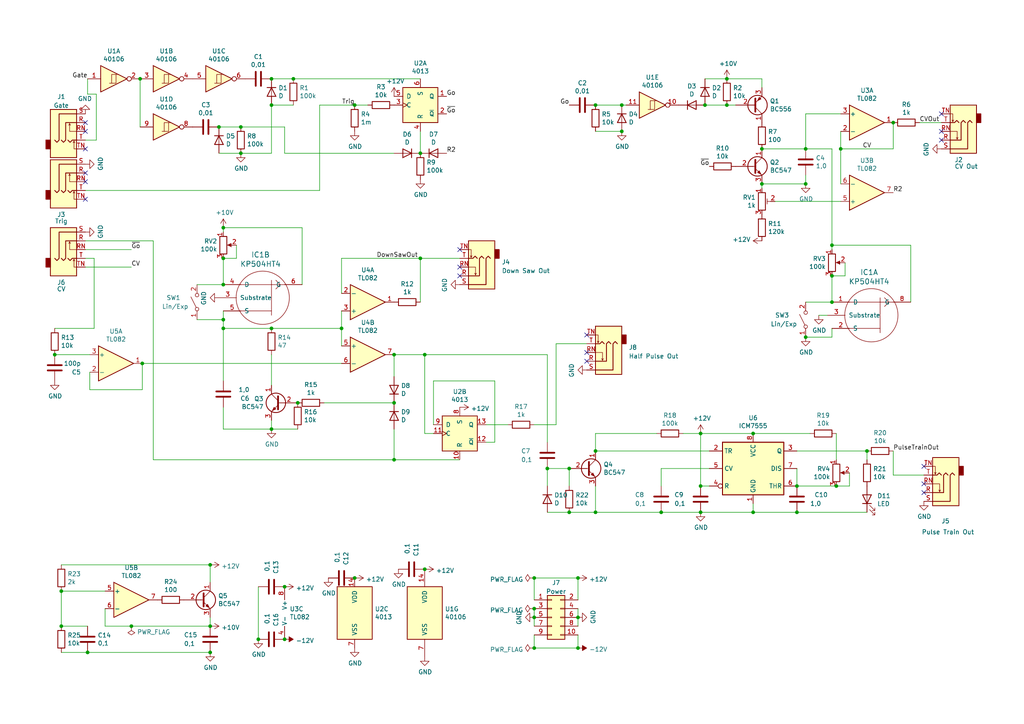
<source format=kicad_sch>
(kicad_sch (version 20211123) (generator eeschema)
  (paper "A4")
  (junction (at 64.77 82.55))
  (junction (at 241.3 87.63))
  (junction (at 210.82 22.86))
  (junction (at 17.78 181.61))
  (junction (at 191.77 148.59))
  (junction (at 231.14 148.59))
  (junction (at 17.78 171.45))
  (junction (at 167.64 179.07))
  (junction (at 233.68 97.79))
  (junction (at 25.4 189.23))
  (junction (at 154.94 179.07))
  (junction (at 220.98 43.18))
  (junction (at 210.82 30.48))
  (junction (at 167.64 187.96))
  (junction (at 41.275 105.41))
  (junction (at 121.92 74.93))
  (junction (at 114.3 133.35))
  (junction (at 259.08 35.56))
  (junction (at 154.94 167.64))
  (junction (at 241.3 80.01))
  (junction (at 123.19 165.1))
  (junction (at 63.5 36.83))
  (junction (at 86.36 116.84))
  (junction (at 78.74 95.25))
  (junction (at 40.64 22.86))
  (junction (at 203.2 148.59))
  (junction (at 203.2 140.97))
  (junction (at 233.68 43.18))
  (junction (at 204.47 30.48))
  (junction (at 74.93 185.42))
  (junction (at 64.77 74.93))
  (junction (at 154.94 176.53))
  (junction (at 102.87 167.64))
  (junction (at 64.77 95.25))
  (junction (at 231.14 140.97))
  (junction (at 78.74 124.46))
  (junction (at 102.87 30.48))
  (junction (at 218.44 148.59))
  (junction (at 180.34 30.48))
  (junction (at 158.75 135.89))
  (junction (at 15.875 102.87))
  (junction (at 242.57 140.97))
  (junction (at 69.85 36.83))
  (junction (at 123.19 102.87))
  (junction (at 121.92 44.45))
  (junction (at 64.77 92.71))
  (junction (at 38.1 181.61))
  (junction (at 180.34 38.1))
  (junction (at 203.2 125.73))
  (junction (at 218.44 125.73))
  (junction (at 165.1 135.89))
  (junction (at 60.96 163.83))
  (junction (at 251.46 130.81))
  (junction (at 233.68 53.34))
  (junction (at 82.55 170.18))
  (junction (at 220.98 53.34))
  (junction (at 114.3 116.84))
  (junction (at 114.3 102.87))
  (junction (at 60.96 189.23))
  (junction (at 85.09 22.86))
  (junction (at 241.3 71.12))
  (junction (at 154.94 187.96))
  (junction (at 165.1 148.59))
  (junction (at 78.74 22.86))
  (junction (at 172.72 30.48))
  (junction (at 69.85 44.45))
  (junction (at 167.64 167.64))
  (junction (at 243.84 43.18))
  (junction (at 172.72 148.59))
  (junction (at 82.55 185.42))
  (junction (at 78.74 30.48))
  (junction (at 172.72 130.81))
  (junction (at 64.77 66.04))
  (junction (at 60.96 181.61))
  (junction (at 99.06 95.25))
  (no_connect (at 133.35 72.39))
  (no_connect (at 24.765 50.165))
  (no_connect (at 24.765 57.785))
  (no_connect (at 273.05 38.1))
  (no_connect (at 267.97 135.255))
  (no_connect (at 267.97 142.875))
  (no_connect (at 267.97 140.335))
  (no_connect (at 24.765 35.56))
  (no_connect (at 170.18 97.155))
  (no_connect (at 133.35 80.01))
  (no_connect (at 273.05 33.02))
  (no_connect (at 133.35 77.47))
  (no_connect (at 170.18 104.775))
  (no_connect (at 273.05 40.64))
  (no_connect (at 24.765 52.705))
  (no_connect (at 24.765 38.1))
  (no_connect (at 170.18 102.235))
  (no_connect (at 24.765 43.18))
  (wire (pts (xy 203.2 148.59) (xy 218.44 148.59)))
  (wire (pts (xy 64.77 82.55) (xy 57.15 82.55)))
  (wire (pts (xy 74.93 185.42) (xy 74.93 170.18)))
  (wire (pts (xy 24.765 77.47) (xy 38.1 77.47)))
  (wire (pts (xy 241.3 72.39) (xy 241.3 71.12)))
  (wire (pts (xy 85.09 22.86) (xy 78.74 22.86)))
  (wire (pts (xy 172.72 148.59) (xy 191.77 148.59)))
  (wire (pts (xy 15.875 95.25) (xy 27.305 95.25)))
  (wire (pts (xy 241.3 71.12) (xy 241.3 43.18)))
  (wire (pts (xy 60.96 181.61) (xy 60.96 179.07)))
  (wire (pts (xy 161.29 99.695) (xy 161.29 123.19)))
  (wire (pts (xy 203.2 140.97) (xy 205.74 140.97)))
  (wire (pts (xy 220.98 53.34) (xy 220.98 54.61)))
  (wire (pts (xy 114.3 133.35) (xy 114.3 124.46)))
  (wire (pts (xy 106.68 30.48) (xy 102.87 30.48)))
  (wire (pts (xy 245.11 80.01) (xy 241.3 80.01)))
  (wire (pts (xy 99.06 105.41) (xy 41.275 105.41)))
  (wire (pts (xy 267.97 137.795) (xy 259.08 137.795)))
  (wire (pts (xy 243.84 33.02) (xy 233.68 33.02)))
  (wire (pts (xy 259.08 43.18) (xy 259.08 35.56)))
  (wire (pts (xy 27.94 40.64) (xy 27.94 27.305)))
  (wire (pts (xy 241.3 43.18) (xy 233.68 43.18)))
  (wire (pts (xy 78.74 124.46) (xy 64.77 124.46)))
  (wire (pts (xy 24.765 55.245) (xy 92.71 55.245)))
  (wire (pts (xy 64.77 66.04) (xy 87.63 66.04)))
  (wire (pts (xy 242.57 125.73) (xy 242.57 133.35)))
  (wire (pts (xy 24.765 69.85) (xy 44.45 69.85)))
  (wire (pts (xy 17.78 163.83) (xy 60.96 163.83)))
  (wire (pts (xy 64.77 67.31) (xy 64.77 66.04)))
  (wire (pts (xy 154.94 167.64) (xy 167.64 167.64)))
  (wire (pts (xy 78.74 124.46) (xy 78.74 121.92)))
  (wire (pts (xy 147.32 123.19) (xy 140.97 123.19)))
  (wire (pts (xy 133.35 133.35) (xy 114.3 133.35)))
  (wire (pts (xy 172.72 30.48) (xy 180.34 30.48)))
  (wire (pts (xy 143.51 110.49) (xy 143.51 128.27)))
  (wire (pts (xy 243.84 43.18) (xy 259.08 43.18)))
  (wire (pts (xy 167.64 176.53) (xy 167.64 179.07)))
  (wire (pts (xy 241.3 97.79) (xy 241.3 95.25)))
  (wire (pts (xy 30.48 176.53) (xy 30.48 181.61)))
  (wire (pts (xy 245.11 76.2) (xy 245.11 80.01)))
  (wire (pts (xy 121.92 87.63) (xy 121.92 74.93)))
  (wire (pts (xy 251.46 133.35) (xy 251.46 130.81)))
  (wire (pts (xy 123.19 125.73) (xy 123.19 102.87)))
  (wire (pts (xy 241.3 87.63) (xy 233.68 87.63)))
  (wire (pts (xy 114.3 44.45) (xy 82.55 44.45)))
  (wire (pts (xy 64.77 110.49) (xy 64.77 95.25)))
  (wire (pts (xy 64.77 95.25) (xy 78.74 95.25)))
  (wire (pts (xy 78.74 44.45) (xy 69.85 44.45)))
  (wire (pts (xy 266.7 35.56) (xy 273.05 35.56)))
  (wire (pts (xy 158.75 102.87) (xy 158.75 128.27)))
  (wire (pts (xy 170.18 99.695) (xy 161.29 99.695)))
  (wire (pts (xy 210.82 30.48) (xy 204.47 30.48)))
  (wire (pts (xy 205.74 135.89) (xy 191.77 135.89)))
  (wire (pts (xy 213.36 30.48) (xy 210.82 30.48)))
  (wire (pts (xy 24.765 40.64) (xy 27.94 40.64)))
  (wire (pts (xy 191.77 135.89) (xy 191.77 140.97)))
  (wire (pts (xy 69.85 44.45) (xy 63.5 44.45)))
  (wire (pts (xy 69.85 36.83) (xy 63.5 36.83)))
  (wire (pts (xy 85.09 30.48) (xy 78.74 30.48)))
  (wire (pts (xy 92.71 30.48) (xy 102.87 30.48)))
  (wire (pts (xy 87.63 66.04) (xy 87.63 82.55)))
  (wire (pts (xy 125.73 110.49) (xy 143.51 110.49)))
  (wire (pts (xy 243.84 53.34) (xy 243.84 43.18)))
  (wire (pts (xy 99.06 74.93) (xy 121.92 74.93)))
  (wire (pts (xy 218.44 125.73) (xy 203.2 125.73)))
  (wire (pts (xy 234.95 125.73) (xy 218.44 125.73)))
  (wire (pts (xy 68.58 74.93) (xy 64.77 74.93)))
  (wire (pts (xy 218.44 148.59) (xy 231.14 148.59)))
  (wire (pts (xy 154.94 179.07) (xy 154.94 181.61)))
  (wire (pts (xy 27.305 74.93) (xy 24.765 74.93)))
  (wire (pts (xy 82.55 36.83) (xy 82.55 44.45)))
  (wire (pts (xy 259.08 130.81) (xy 259.08 137.795)))
  (wire (pts (xy 172.72 125.73) (xy 172.72 130.81)))
  (wire (pts (xy 210.82 22.86) (xy 220.98 22.86)))
  (wire (pts (xy 242.57 140.97) (xy 231.14 140.97)))
  (wire (pts (xy 60.96 163.83) (xy 60.96 168.91)))
  (wire (pts (xy 114.3 116.84) (xy 93.98 116.84)))
  (wire (pts (xy 218.44 148.59) (xy 218.44 146.05)))
  (wire (pts (xy 165.1 148.59) (xy 158.75 148.59)))
  (wire (pts (xy 220.98 22.86) (xy 220.98 25.4)))
  (wire (pts (xy 172.72 140.97) (xy 172.72 148.59)))
  (wire (pts (xy 99.06 95.25) (xy 99.06 100.33)))
  (wire (pts (xy 17.78 181.61) (xy 25.4 181.61)))
  (wire (pts (xy 233.68 33.02) (xy 233.68 43.18)))
  (wire (pts (xy 154.94 184.15) (xy 154.94 187.96)))
  (wire (pts (xy 233.68 97.79) (xy 241.3 97.79)))
  (wire (pts (xy 26.035 107.95) (xy 26.035 113.03)))
  (wire (pts (xy 44.45 69.85) (xy 44.45 133.35)))
  (wire (pts (xy 125.73 123.19) (xy 125.73 110.49)))
  (wire (pts (xy 224.79 58.42) (xy 243.84 58.42)))
  (wire (pts (xy 27.94 27.305) (xy 25.4 27.305)))
  (wire (pts (xy 125.73 125.73) (xy 123.19 125.73)))
  (wire (pts (xy 237.49 91.44) (xy 240.03 91.44)))
  (wire (pts (xy 243.84 38.1) (xy 243.84 43.18)))
  (wire (pts (xy 191.77 148.59) (xy 203.2 148.59)))
  (wire (pts (xy 38.1 181.61) (xy 60.96 181.61)))
  (wire (pts (xy 25.4 27.305) (xy 25.4 22.86)))
  (wire (pts (xy 64.77 118.11) (xy 64.77 124.46)))
  (wire (pts (xy 64.77 92.71) (xy 64.77 90.17)))
  (wire (pts (xy 41.275 113.03) (xy 41.275 105.41)))
  (wire (pts (xy 241.3 80.01) (xy 241.3 87.63)))
  (wire (pts (xy 60.96 189.23) (xy 25.4 189.23)))
  (wire (pts (xy 86.36 124.46) (xy 78.74 124.46)))
  (wire (pts (xy 40.64 36.83) (xy 40.64 22.86)))
  (wire (pts (xy 17.78 171.45) (xy 17.78 181.61)))
  (wire (pts (xy 241.3 71.12) (xy 264.16 71.12)))
  (wire (pts (xy 205.74 130.81) (xy 172.72 130.81)))
  (wire (pts (xy 27.305 95.25) (xy 27.305 74.93)))
  (wire (pts (xy 64.77 74.93) (xy 64.77 82.55)))
  (wire (pts (xy 143.51 128.27) (xy 140.97 128.27)))
  (wire (pts (xy 154.94 176.53) (xy 154.94 179.07)))
  (wire (pts (xy 114.3 109.22) (xy 114.3 102.87)))
  (wire (pts (xy 246.38 137.16) (xy 246.38 140.97)))
  (wire (pts (xy 246.38 140.97) (xy 242.57 140.97)))
  (wire (pts (xy 69.85 36.83) (xy 82.55 36.83)))
  (wire (pts (xy 26.035 113.03) (xy 41.275 113.03)))
  (wire (pts (xy 92.71 55.245) (xy 92.71 30.48)))
  (wire (pts (xy 78.74 30.48) (xy 78.74 44.45)))
  (wire (pts (xy 231.14 135.89) (xy 231.14 140.97)))
  (wire (pts (xy 158.75 140.97) (xy 158.75 135.89)))
  (wire (pts (xy 190.5 125.73) (xy 172.72 125.73)))
  (wire (pts (xy 78.74 95.25) (xy 99.06 95.25)))
  (wire (pts (xy 180.34 38.1) (xy 172.72 38.1)))
  (wire (pts (xy 44.45 133.35) (xy 114.3 133.35)))
  (wire (pts (xy 15.875 102.87) (xy 26.035 102.87)))
  (wire (pts (xy 167.64 167.64) (xy 167.64 173.99)))
  (wire (pts (xy 30.48 181.61) (xy 38.1 181.61)))
  (wire (pts (xy 165.1 140.97) (xy 165.1 135.89)))
  (wire (pts (xy 203.2 125.73) (xy 198.12 125.73)))
  (wire (pts (xy 167.64 179.07) (xy 167.64 181.61)))
  (wire (pts (xy 24.765 72.39) (xy 38.1 72.39)))
  (wire (pts (xy 264.16 71.12) (xy 264.16 87.63)))
  (wire (pts (xy 251.46 148.59) (xy 231.14 148.59)))
  (wire (pts (xy 154.94 187.96) (xy 167.64 187.96)))
  (wire (pts (xy 121.92 22.86) (xy 85.09 22.86)))
  (wire (pts (xy 64.77 92.71) (xy 64.77 95.25)))
  (wire (pts (xy 210.82 22.86) (xy 204.47 22.86)))
  (wire (pts (xy 114.3 102.87) (xy 123.19 102.87)))
  (wire (pts (xy 121.92 74.93) (xy 133.35 74.93)))
  (wire (pts (xy 30.48 171.45) (xy 17.78 171.45)))
  (wire (pts (xy 251.46 130.81) (xy 231.14 130.81)))
  (wire (pts (xy 68.58 71.12) (xy 68.58 74.93)))
  (wire (pts (xy 123.19 102.87) (xy 158.75 102.87)))
  (wire (pts (xy 121.92 44.45) (xy 121.92 38.1)))
  (wire (pts (xy 25.4 189.23) (xy 17.78 189.23)))
  (wire (pts (xy 233.68 43.18) (xy 220.98 43.18)))
  (wire (pts (xy 99.06 95.25) (xy 99.06 90.17)))
  (wire (pts (xy 180.34 30.48) (xy 181.61 30.48)))
  (wire (pts (xy 167.64 187.96) (xy 167.64 184.15)))
  (wire (pts (xy 172.72 148.59) (xy 165.1 148.59)))
  (wire (pts (xy 78.74 102.87) (xy 78.74 111.76)))
  (wire (pts (xy 161.29 123.19) (xy 154.94 123.19)))
  (wire (pts (xy 154.94 173.99) (xy 154.94 167.64)))
  (wire (pts (xy 57.15 92.71) (xy 64.77 92.71)))
  (wire (pts (xy 99.06 85.09) (xy 99.06 74.93)))
  (wire (pts (xy 203.2 125.73) (xy 203.2 140.97)))
  (wire (pts (xy 220.98 53.34) (xy 233.68 53.34)))
  (wire (pts (xy 158.75 135.89) (xy 165.1 135.89)))
  (wire (pts (xy 233.68 53.34) (xy 233.68 50.8)))
  (label "CV" (at 250.19 43.18 0))
  (label "DownSawOut" (at 109.22 74.93 0))
  (label "Gate" (at 25.4 22.86 180))
  (label "CV" (at 38.1 77.47 0))
  (label "~{Go}" (at 38.1 72.39 0))
  (label "Go" (at 165.1 30.48 180))
  (label "Go" (at 129.54 27.94 0))
  (label "PulseTrainOut" (at 259.08 130.81 0))
  (label "R2" (at 129.54 44.45 0))
  (label "~{Go}" (at 129.54 33.02 0))
  (label "R2" (at 259.08 55.88 0))
  (label "~{Go}" (at 205.74 48.26 180))
  (label "Trig" (at 102.87 30.48 180))
  (label "CVOut" (at 266.7 35.56 0))
  (symbol (lib_id "4xxx:4013") (at 121.92 30.48 0) (unit 1)
    (property "Reference" "U2" (at 121.92 18.3388 0))
    (property "Value" "4013" (at 121.92 20.6502 0))
    (property "Footprint" "Package_DIP:DIP-14_W7.62mm_LongPads" (effects hide))
    (property "Datasheet" "http://www.onsemi.com/pub/Collateral/MC14013B-D.PDF" (effects hide))
  )
  (symbol (lib_id "4xxx:4013") (at 133.35 125.73 0) (unit 2)
    (property "Reference" "U2" (at 133.35 113.5888 0))
    (property "Value" "4013" (at 133.35 115.9002 0))
    (property "Footprint" "Package_DIP:DIP-14_W7.62mm_LongPads" (effects hide))
    (property "Datasheet" "http://www.onsemi.com/pub/Collateral/MC14013B-D.PDF" (effects hide))
  )
  (symbol (lib_id "4xxx:4013") (at 102.87 177.8 0) (unit 3)
    (property "Reference" "U2" (at 108.712 176.6316 0) (effects (justify left)))
    (property "Value" "4013" (at 108.712 178.943 0) (effects (justify left)))
    (property "Footprint" "Package_DIP:DIP-14_W7.62mm_LongPads" (effects hide))
    (property "Datasheet" "http://www.onsemi.com/pub/Collateral/MC14013B-D.PDF" (effects hide))
  )
  (symbol (lib_id "Amplifier_Operational:TL082") (at 251.46 35.56 0) (unit 1)
    (property "Reference" "U3" (at 251.46 26.2382 0))
    (property "Value" "TL082" (at 251.46 28.5496 0))
    (property "Footprint" "Package_DIP:DIP-8-16_W7.62mm_Socket_LongPads" (effects hide))
    (property "Datasheet" "http://www.ti.com/lit/ds/symlink/tl081.pdf" (effects hide))
  )
  (symbol (lib_id "Amplifier_Operational:TL082") (at 251.46 55.88 0) (mirror x) (unit 2)
    (property "Reference" "U3" (at 251.46 46.5582 0))
    (property "Value" "TL082" (at 251.46 48.8696 0))
    (property "Footprint" "Package_DIP:DIP-8-16_W7.62mm_Socket_LongPads" (effects hide))
    (property "Datasheet" "http://www.ti.com/lit/ds/symlink/tl081.pdf" (effects hide))
  )
  (symbol (lib_id "Amplifier_Operational:TL082") (at 85.09 177.8 0) (unit 3)
    (property "Reference" "U3" (at 84.0232 176.6316 0) (effects (justify left)))
    (property "Value" "TL082" (at 84.0232 178.943 0) (effects (justify left)))
    (property "Footprint" "Package_DIP:DIP-8-16_W7.62mm_Socket_LongPads" (effects hide))
    (property "Datasheet" "http://www.ti.com/lit/ds/symlink/tl081.pdf" (effects hide))
  )
  (symbol (lib_id "Amplifier_Operational:TL082") (at 33.655 105.41 0) (unit 1)
    (property "Reference" "U5" (at 33.655 96.0882 0))
    (property "Value" "TL082" (at 33.655 98.3996 0))
    (property "Footprint" "Package_DIP:DIP-8-16_W7.62mm_Socket_LongPads" (effects hide))
    (property "Datasheet" "http://www.ti.com/lit/ds/symlink/tl081.pdf" (effects hide))
  )
  (symbol (lib_id "Amplifier_Operational:TL082") (at 106.68 102.87 0) (unit 2)
    (property "Reference" "U4" (at 106.68 93.5482 0))
    (property "Value" "TL082" (at 106.68 95.8596 0))
    (property "Footprint" "Package_DIP:DIP-8-16_W7.62mm_Socket_LongPads" (effects hide))
    (property "Datasheet" "http://www.ti.com/lit/ds/symlink/tl081.pdf" (effects hide))
  )
  (symbol (lib_id "Amplifier_Operational:TL082") (at 106.68 87.63 0) (mirror x) (unit 1)
    (property "Reference" "U4" (at 106.68 78.3082 0))
    (property "Value" "TL082" (at 106.68 80.6196 0))
    (property "Footprint" "Package_DIP:DIP-8-16_W7.62mm_Socket_LongPads" (effects hide))
    (property "Datasheet" "http://www.ti.com/lit/ds/symlink/tl081.pdf" (effects hide))
  )
  (symbol (lib_id "Amplifier_Operational:TL082") (at 38.1 173.99 0) (unit 2)
    (property "Reference" "U5" (at 38.1 164.6682 0))
    (property "Value" "TL082" (at 38.1 166.9796 0))
    (property "Footprint" "Package_DIP:DIP-8-16_W7.62mm_Socket_LongPads" (effects hide))
    (property "Datasheet" "http://www.ti.com/lit/ds/symlink/tl081.pdf" (effects hide))
  )
  (symbol (lib_id "dz_Jumping_Ball-rescue:ICM7555-Timer") (at 218.44 135.89 0) (unit 1)
    (property "Reference" "U6" (at 218.44 121.2088 0))
    (property "Value" "ICM7555" (at 218.44 123.5202 0))
    (property "Footprint" "Package_DIP:DIP-8-16_W7.62mm_Socket_LongPads" (effects hide))
    (property "Datasheet" "http://www.intersil.com/content/dam/Intersil/documents/icm7/icm7555-56.pdf" (effects hide))
  )
  (symbol (lib_id "Device:R") (at 49.53 173.99 270) (unit 1)
    (property "Reference" "R24" (at 49.53 168.7322 90))
    (property "Value" "100" (at 49.53 171.0436 90))
    (property "Footprint" "Resistor_SMD:R_1206_3216Metric_Pad1.30x1.75mm_HandSolder" (effects hide))
  )
  (symbol (lib_id "Transistor_BJT:BC547") (at 58.42 173.99 0) (unit 1)
    (property "Reference" "Q5" (at 63.2714 172.8216 0) (effects (justify left)))
    (property "Value" "BC547" (at 63.2714 175.133 0) (effects (justify left)))
    (property "Footprint" "Package_TO_SOT_THT:TO-92_Inline" (effects hide))
    (property "Datasheet" "http://www.fairchildsemi.com/ds/BC/BC547.pdf" (effects hide))
  )
  (symbol (lib_id "Device:C") (at 60.96 185.42 0) (unit 1)
    (property "Reference" "C15" (at 53.34 184.15 0) (effects (justify left)))
    (property "Value" "0,1" (at 53.34 186.69 0) (effects (justify left)))
    (property "Footprint" "Capacitor_SMD:C_1206_3216Metric_Pad1.33x1.80mm_HandSolder" (effects hide))
  )
  (symbol (lib_id "Device:R") (at 17.78 185.42 180) (unit 1)
    (property "Reference" "R25" (at 19.558 184.2516 0) (effects (justify right)))
    (property "Value" "10k" (at 19.558 186.563 0) (effects (justify right)))
    (property "Footprint" "Resistor_SMD:R_1206_3216Metric_Pad1.30x1.75mm_HandSolder" (effects hide))
  )
  (symbol (lib_id "Device:C") (at 25.4 185.42 0) (unit 1)
    (property "Reference" "C14" (at 28.321 184.2516 0) (effects (justify left)))
    (property "Value" "0,1" (at 28.321 186.563 0) (effects (justify left)))
    (property "Footprint" "Capacitor_SMD:C_1206_3216Metric_Pad1.33x1.80mm_HandSolder" (effects hide))
  )
  (symbol (lib_id "Device:R") (at 17.78 167.64 180) (unit 1)
    (property "Reference" "R23" (at 19.558 166.4716 0) (effects (justify right)))
    (property "Value" "2k" (at 19.558 168.783 0) (effects (justify right)))
    (property "Footprint" "Resistor_SMD:R_1206_3216Metric_Pad1.30x1.75mm_HandSolder" (effects hide))
  )
  (symbol (lib_id "power:+12V") (at 60.96 163.83 270) (unit 1)
    (property "Reference" "#PWR023" (effects hide))
    (property "Value" "+12V" (at 64.2112 164.211 90) (effects (justify left)))
  )
  (symbol (lib_id "power:GND") (at 60.96 189.23 0) (unit 1)
    (property "Reference" "#PWR033" (effects hide))
    (property "Value" "GND" (at 61.087 193.6242 0))
  )
  (symbol (lib_id "power:+10V") (at 60.96 181.61 270) (unit 1)
    (property "Reference" "#PWR029" (effects hide))
    (property "Value" "+10V" (at 64.2112 181.991 90) (effects (justify left)))
  )
  (symbol (lib_id "Device:C") (at 78.74 170.18 270) (unit 1)
    (property "Reference" "C13" (at 80.01 162.56 0) (effects (justify left)))
    (property "Value" "0,1" (at 77.47 162.56 0) (effects (justify left)))
    (property "Footprint" "Capacitor_SMD:C_1206_3216Metric_Pad1.33x1.80mm_HandSolder" (effects hide))
  )
  (symbol (lib_id "Device:C") (at 78.74 185.42 270) (unit 1)
    (property "Reference" "C16" (at 80.01 177.8 0) (effects (justify left)))
    (property "Value" "0,1" (at 77.47 177.8 0) (effects (justify left)))
    (property "Footprint" "Capacitor_SMD:C_1206_3216Metric_Pad1.33x1.80mm_HandSolder" (effects hide))
  )
  (symbol (lib_id "power:+12V") (at 82.55 170.18 270) (unit 1)
    (property "Reference" "#PWR028" (effects hide))
    (property "Value" "+12V" (at 85.8012 170.561 90) (effects (justify left)))
  )
  (symbol (lib_id "power:-12V") (at 82.55 185.42 270) (unit 1)
    (property "Reference" "#PWR031" (effects hide))
    (property "Value" "-12V" (at 85.8012 185.801 90) (effects (justify left)))
  )
  (symbol (lib_id "power:GND") (at 74.93 185.42 0) (unit 1)
    (property "Reference" "#PWR030" (effects hide))
    (property "Value" "GND" (at 75.057 189.8142 0))
  )
  (symbol (lib_id "power:GND") (at 102.87 187.96 0) (unit 1)
    (property "Reference" "#PWR032" (effects hide))
    (property "Value" "GND" (at 102.997 192.3542 0))
  )
  (symbol (lib_id "power:+12V") (at 102.87 167.64 270) (unit 1)
    (property "Reference" "#PWR027" (effects hide))
    (property "Value" "+12V" (at 106.1212 168.021 90) (effects (justify left)))
  )
  (symbol (lib_id "Device:C") (at 99.06 167.64 270) (unit 1)
    (property "Reference" "C12" (at 100.33 160.02 0) (effects (justify left)))
    (property "Value" "0,1" (at 97.79 160.02 0) (effects (justify left)))
    (property "Footprint" "Capacitor_SMD:C_1206_3216Metric_Pad1.33x1.80mm_HandSolder" (effects hide))
  )
  (symbol (lib_id "power:GND") (at 95.25 167.64 0) (unit 1)
    (property "Reference" "#PWR026" (effects hide))
    (property "Value" "GND" (at 95.377 172.0342 0))
  )
  (symbol (lib_id "power:GND") (at 203.2 148.59 0) (unit 1)
    (property "Reference" "#PWR021" (effects hide))
    (property "Value" "GND" (at 203.327 152.9842 0))
  )
  (symbol (lib_id "power:+12V") (at 203.2 125.73 0) (unit 1)
    (property "Reference" "#PWR019" (effects hide))
    (property "Value" "+12V" (at 203.581 121.3358 0))
  )
  (symbol (lib_id "Device:C") (at 203.2 144.78 0) (unit 1)
    (property "Reference" "C9" (at 195.58 143.51 0) (effects (justify left)))
    (property "Value" "0,1" (at 195.58 146.05 0) (effects (justify left)))
    (property "Footprint" "Capacitor_SMD:C_1206_3216Metric_Pad1.33x1.80mm_HandSolder" (effects hide))
  )
  (symbol (lib_id "Device:C") (at 191.77 144.78 0) (unit 1)
    (property "Reference" "C8" (at 184.15 143.51 0) (effects (justify left)))
    (property "Value" "0,1" (at 184.15 146.05 0) (effects (justify left)))
    (property "Footprint" "Capacitor_SMD:C_1206_3216Metric_Pad1.33x1.80mm_HandSolder" (effects hide))
  )
  (symbol (lib_id "Device:C") (at 231.14 144.78 0) (unit 1)
    (property "Reference" "C10" (at 236.22 143.51 0) (effects (justify left)))
    (property "Value" "1,0" (at 234.95 146.05 0) (effects (justify left)))
    (property "Footprint" "Capacitor_SMD:C_1206_3216Metric_Pad1.33x1.80mm_HandSolder" (effects hide))
  )
  (symbol (lib_id "dz_Jumping_Ball-rescue:R_POT-Device") (at 242.57 137.16 0) (unit 1)
    (property "Reference" "RV4" (at 240.792 135.9916 0) (effects (justify right)))
    (property "Value" "100k" (at 240.792 138.303 0) (effects (justify right)))
    (property "Footprint" "Potentiometer_THT:Potentiometer_Alps_RK097_Single_Horizontal" (effects hide))
  )
  (symbol (lib_id "Device:R") (at 238.76 125.73 270) (unit 1)
    (property "Reference" "R19" (at 238.76 120.4722 90))
    (property "Value" "10k" (at 238.76 122.7836 90))
    (property "Footprint" "Resistor_SMD:R_1206_3216Metric_Pad1.30x1.75mm_HandSolder" (effects hide))
  )
  (symbol (lib_id "Transistor_BJT:BC547") (at 170.18 135.89 0) (unit 1)
    (property "Reference" "Q4" (at 175.0314 134.7216 0) (effects (justify left)))
    (property "Value" "BC547" (at 175.0314 137.033 0) (effects (justify left)))
    (property "Footprint" "Package_TO_SOT_THT:TO-92_Inline" (effects hide))
    (property "Datasheet" "http://www.fairchildsemi.com/ds/BC/BC547.pdf" (effects hide))
  )
  (symbol (lib_id "Device:R") (at 194.31 125.73 270) (unit 1)
    (property "Reference" "R18" (at 194.31 120.4722 90))
    (property "Value" "100k" (at 194.31 122.7836 90))
    (property "Footprint" "Resistor_SMD:R_1206_3216Metric_Pad1.30x1.75mm_HandSolder" (effects hide))
  )
  (symbol (lib_id "Device:R") (at 255.27 130.81 270) (unit 1)
    (property "Reference" "R20" (at 255.27 125.5522 90))
    (property "Value" "10k" (at 255.27 127.8636 90))
    (property "Footprint" "Resistor_SMD:R_1206_3216Metric_Pad1.30x1.75mm_HandSolder" (effects hide))
  )
  (symbol (lib_id "Device:R") (at 251.46 137.16 180) (unit 1)
    (property "Reference" "R21" (at 253.238 135.9916 0) (effects (justify right)))
    (property "Value" "10k" (at 253.238 138.303 0) (effects (justify right)))
    (property "Footprint" "Resistor_SMD:R_1206_3216Metric_Pad1.30x1.75mm_HandSolder" (effects hide))
  )
  (symbol (lib_id "Device:LED") (at 251.46 144.78 90) (unit 1)
    (property "Reference" "D11" (at 254.4318 143.8148 90) (effects (justify right)))
    (property "Value" "LED" (at 254.4318 146.1262 90) (effects (justify right)))
    (property "Footprint" "LED_THT:LED_D3.0mm" (effects hide))
  )
  (symbol (lib_id "Device:R") (at 165.1 144.78 180) (unit 1)
    (property "Reference" "R22" (at 166.878 143.6116 0) (effects (justify right)))
    (property "Value" "10k" (at 166.878 145.923 0) (effects (justify right)))
    (property "Footprint" "Resistor_SMD:R_1206_3216Metric_Pad1.30x1.75mm_HandSolder" (effects hide))
  )
  (symbol (lib_id "Device:D") (at 158.75 144.78 270) (unit 1)
    (property "Reference" "D10" (at 160.7566 143.6116 90) (effects (justify left)))
    (property "Value" "D" (at 160.7566 145.923 90) (effects (justify left)))
    (property "Footprint" "Diode_SMD:D_MiniMELF_Handsoldering" (effects hide))
  )
  (symbol (lib_id "Device:C") (at 158.75 132.08 0) (unit 1)
    (property "Reference" "C7" (at 151.13 130.81 0) (effects (justify left)))
    (property "Value" "0,1" (at 151.13 133.35 0) (effects (justify left)))
    (property "Footprint" "Capacitor_SMD:C_1206_3216Metric_Pad1.33x1.80mm_HandSolder" (effects hide))
  )
  (symbol (lib_id "power:+12V") (at 114.3 27.94 0) (unit 1)
    (property "Reference" "#PWR02" (effects hide))
    (property "Value" "+12V" (at 114.681 23.5458 0))
  )
  (symbol (lib_id "Device:R") (at 110.49 30.48 270) (unit 1)
    (property "Reference" "R3" (at 110.49 25.2222 90))
    (property "Value" "10k" (at 110.49 27.5336 90))
    (property "Footprint" "Resistor_SMD:R_1206_3216Metric_Pad1.30x1.75mm_HandSolder" (effects hide))
  )
  (symbol (lib_id "Device:R") (at 102.87 34.29 0) (unit 1)
    (property "Reference" "R4" (at 104.648 33.1216 0) (effects (justify left)))
    (property "Value" "1m" (at 104.648 35.433 0) (effects (justify left)))
    (property "Footprint" "Resistor_SMD:R_1206_3216Metric_Pad1.30x1.75mm_HandSolder" (effects hide))
  )
  (symbol (lib_id "power:GND") (at 102.87 38.1 0) (unit 1)
    (property "Reference" "#PWR03" (effects hide))
    (property "Value" "GND" (at 102.997 42.4942 0))
  )
  (symbol (lib_id "4xxx:40106") (at 33.02 22.86 0) (unit 1)
    (property "Reference" "U1" (at 33.02 14.8082 0))
    (property "Value" "40106" (at 33.02 17.1196 0))
    (property "Footprint" "Package_DIP:DIP-14_W7.62mm_LongPads" (effects hide))
    (property "Datasheet" "http://www.nxp.com/documents/data_sheet/HEF40106B.pdf" (effects hide))
  )
  (symbol (lib_id "4xxx:40106") (at 48.26 22.86 0) (unit 2)
    (property "Reference" "U1" (at 48.26 14.8082 0))
    (property "Value" "40106" (at 48.26 17.1196 0))
    (property "Footprint" "Package_DIP:DIP-14_W7.62mm_LongPads" (effects hide))
    (property "Datasheet" "http://www.nxp.com/documents/data_sheet/HEF40106B.pdf" (effects hide))
  )
  (symbol (lib_id "4xxx:40106") (at 63.5 22.86 0) (unit 3)
    (property "Reference" "U1" (at 63.5 14.8082 0))
    (property "Value" "40106" (at 63.5 17.1196 0))
    (property "Footprint" "Package_DIP:DIP-14_W7.62mm_LongPads" (effects hide))
    (property "Datasheet" "http://www.nxp.com/documents/data_sheet/HEF40106B.pdf" (effects hide))
  )
  (symbol (lib_id "4xxx:40106") (at 48.26 36.83 0) (unit 4)
    (property "Reference" "U1" (at 48.26 28.7782 0))
    (property "Value" "40106" (at 48.26 31.0896 0))
    (property "Footprint" "Package_DIP:DIP-14_W7.62mm_LongPads" (effects hide))
    (property "Datasheet" "http://www.nxp.com/documents/data_sheet/HEF40106B.pdf" (effects hide))
  )
  (symbol (lib_id "4xxx:40106") (at 123.19 177.8 0) (unit 7)
    (property "Reference" "U1" (at 129.032 176.6316 0) (effects (justify left)))
    (property "Value" "40106" (at 129.032 178.943 0) (effects (justify left)))
    (property "Footprint" "Package_DIP:DIP-14_W7.62mm_LongPads" (effects hide))
    (property "Datasheet" "http://www.nxp.com/documents/data_sheet/HEF40106B.pdf" (effects hide))
  )
  (symbol (lib_id "Device:C") (at 74.93 22.86 270) (unit 1)
    (property "Reference" "C1" (at 74.93 16.4592 90))
    (property "Value" "0,01" (at 74.93 18.7706 90))
    (property "Footprint" "Capacitor_SMD:C_1206_3216Metric_Pad1.33x1.80mm_HandSolder" (effects hide))
  )
  (symbol (lib_id "Device:C") (at 59.69 36.83 270) (unit 1)
    (property "Reference" "C3" (at 59.69 30.4292 90))
    (property "Value" "0,01" (at 59.69 32.7406 90))
    (property "Footprint" "Capacitor_SMD:C_1206_3216Metric_Pad1.33x1.80mm_HandSolder" (effects hide))
  )
  (symbol (lib_id "Device:D") (at 78.74 26.67 270) (unit 1)
    (property "Reference" "D1" (at 80.7466 25.5016 90) (effects (justify left)))
    (property "Value" "D" (at 80.7466 27.813 90) (effects (justify left)))
    (property "Footprint" "Diode_SMD:D_MiniMELF_Handsoldering" (effects hide))
  )
  (symbol (lib_id "Device:D") (at 63.5 40.64 270) (unit 1)
    (property "Reference" "D5" (at 65.5066 39.4716 90) (effects (justify left)))
    (property "Value" "D" (at 65.5066 41.783 90) (effects (justify left)))
    (property "Footprint" "Diode_SMD:D_MiniMELF_Handsoldering" (effects hide))
  )
  (symbol (lib_id "Device:R") (at 69.85 40.64 0) (unit 1)
    (property "Reference" "R8" (at 71.628 39.4716 0) (effects (justify left)))
    (property "Value" "100k" (at 71.628 41.783 0) (effects (justify left)))
    (property "Footprint" "Resistor_SMD:R_1206_3216Metric_Pad1.30x1.75mm_HandSolder" (effects hide))
  )
  (symbol (lib_id "Device:R") (at 85.09 26.67 0) (unit 1)
    (property "Reference" "R1" (at 86.868 25.5016 0) (effects (justify left)))
    (property "Value" "100k" (at 86.868 27.813 0) (effects (justify left)))
    (property "Footprint" "Resistor_SMD:R_1206_3216Metric_Pad1.30x1.75mm_HandSolder" (effects hide))
  )
  (symbol (lib_id "power:GND") (at 69.85 44.45 0) (unit 1)
    (property "Reference" "#PWR06" (effects hide))
    (property "Value" "GND" (at 69.977 48.8442 0))
  )
  (symbol (lib_id "Device:R") (at 121.92 48.26 0) (unit 1)
    (property "Reference" "R9" (at 123.698 47.0916 0) (effects (justify left)))
    (property "Value" "100k" (at 123.698 49.403 0) (effects (justify left)))
    (property "Footprint" "Resistor_SMD:R_1206_3216Metric_Pad1.30x1.75mm_HandSolder" (effects hide))
  )
  (symbol (lib_id "power:GND") (at 121.92 52.07 0) (unit 1)
    (property "Reference" "#PWR08" (effects hide))
    (property "Value" "GND" (at 122.047 56.4642 0))
  )
  (symbol (lib_id "Device:D") (at 118.11 44.45 180) (unit 1)
    (property "Reference" "D6" (at 118.11 38.9636 0))
    (property "Value" "D" (at 118.11 41.275 0))
    (property "Footprint" "Diode_SMD:D_MiniMELF_Handsoldering" (effects hide))
  )
  (symbol (lib_id "Transistor_BJT:BC547") (at 218.44 48.26 0) (unit 1)
    (property "Reference" "Q2" (at 223.2914 47.0916 0) (effects (justify left)))
    (property "Value" "BC547" (at 223.2914 49.403 0) (effects (justify left)))
    (property "Footprint" "Package_TO_SOT_THT:TO-92_Inline" (effects hide))
    (property "Datasheet" "http://www.fairchildsemi.com/ds/BC/BC547.pdf" (effects hide))
  )
  (symbol (lib_id "Transistor_BJT:BC556") (at 218.44 30.48 0) (mirror x) (unit 1)
    (property "Reference" "Q1" (at 223.2914 29.3116 0) (effects (justify left)))
    (property "Value" "BC556" (at 223.2914 31.623 0) (effects (justify left)))
    (property "Footprint" "Package_TO_SOT_THT:TO-92_Inline" (effects hide))
    (property "Datasheet" "http://www.fairchildsemi.com/ds/BC/BC557.pdf" (effects hide))
  )
  (symbol (lib_id "Device:R") (at 220.98 39.37 0) (unit 1)
    (property "Reference" "R7" (at 222.758 38.2016 0) (effects (justify left)))
    (property "Value" "100" (at 222.758 40.513 0) (effects (justify left)))
    (property "Footprint" "Resistor_SMD:R_1206_3216Metric_Pad1.30x1.75mm_HandSolder" (effects hide))
  )
  (symbol (lib_id "Device:C") (at 233.68 46.99 180) (unit 1)
    (property "Reference" "C4" (at 236.601 45.8216 0) (effects (justify right)))
    (property "Value" "1,0" (at 236.601 48.133 0) (effects (justify right)))
    (property "Footprint" "Capacitor_SMD:C_1206_3216Metric_Pad1.33x1.80mm_HandSolder" (effects hide))
  )
  (symbol (lib_id "power:GND") (at 233.68 53.34 0) (unit 1)
    (property "Reference" "#PWR09" (effects hide))
    (property "Value" "GND" (at 233.807 57.7342 0))
  )
  (symbol (lib_id "Device:R") (at 209.55 48.26 270) (unit 1)
    (property "Reference" "R10" (at 209.55 43.0022 90))
    (property "Value" "10k" (at 209.55 45.3136 90))
    (property "Footprint" "Resistor_SMD:R_1206_3216Metric_Pad1.30x1.75mm_HandSolder" (effects hide))
  )
  (symbol (lib_id "power:+10V") (at 210.82 22.86 0) (unit 1)
    (property "Reference" "#PWR01" (effects hide))
    (property "Value" "+10V" (at 211.201 18.4658 0))
  )
  (symbol (lib_id "Device:R") (at 210.82 26.67 180) (unit 1)
    (property "Reference" "R2" (at 212.598 25.5016 0) (effects (justify right)))
    (property "Value" "10k" (at 212.598 27.813 0) (effects (justify right)))
    (property "Footprint" "Resistor_SMD:R_1206_3216Metric_Pad1.30x1.75mm_HandSolder" (effects hide))
  )
  (symbol (lib_id "Device:D") (at 204.47 26.67 270) (unit 1)
    (property "Reference" "D2" (at 206.4766 25.5016 90) (effects (justify left)))
    (property "Value" "D" (at 206.4766 27.813 90) (effects (justify left)))
    (property "Footprint" "Diode_SMD:D_MiniMELF_Handsoldering" (effects hide))
  )
  (symbol (lib_id "Device:D") (at 200.66 30.48 0) (unit 1)
    (property "Reference" "D3" (at 200.66 24.9936 0))
    (property "Value" "D" (at 200.66 27.305 0))
    (property "Footprint" "Diode_SMD:D_MiniMELF_Handsoldering" (effects hide))
  )
  (symbol (lib_id "4xxx:40106") (at 189.23 30.48 0) (unit 5)
    (property "Reference" "U1" (at 189.23 22.4282 0))
    (property "Value" "40106" (at 189.23 24.7396 0))
    (property "Footprint" "Package_DIP:DIP-14_W7.62mm_LongPads" (effects hide))
    (property "Datasheet" "http://www.nxp.com/documents/data_sheet/HEF40106B.pdf" (effects hide))
  )
  (symbol (lib_id "Device:C") (at 168.91 30.48 270) (unit 1)
    (property "Reference" "C2" (at 168.91 24.0792 90))
    (property "Value" "0,01" (at 168.91 26.3906 90))
    (property "Footprint" "Capacitor_SMD:C_1206_3216Metric_Pad1.33x1.80mm_HandSolder" (effects hide))
  )
  (symbol (lib_id "Device:D") (at 180.34 34.29 270) (unit 1)
    (property "Reference" "D4" (at 182.3466 33.1216 90) (effects (justify left)))
    (property "Value" "D" (at 182.3466 35.433 90) (effects (justify left)))
    (property "Footprint" "Diode_SMD:D_MiniMELF_Handsoldering" (effects hide))
  )
  (symbol (lib_id "Device:R") (at 172.72 34.29 180) (unit 1)
    (property "Reference" "R5" (at 174.498 33.1216 0) (effects (justify right)))
    (property "Value" "10k" (at 174.498 35.433 0) (effects (justify right)))
    (property "Footprint" "Resistor_SMD:R_1206_3216Metric_Pad1.30x1.75mm_HandSolder" (effects hide))
  )
  (symbol (lib_id "power:GND") (at 180.34 38.1 0) (unit 1)
    (property "Reference" "#PWR04" (effects hide))
    (property "Value" "GND" (at 180.467 42.4942 0))
  )
  (symbol (lib_id "Device:R") (at 262.89 35.56 270) (unit 1)
    (property "Reference" "R6" (at 262.89 30.3022 90))
    (property "Value" "1k" (at 262.89 32.6136 90))
    (property "Footprint" "Resistor_SMD:R_1206_3216Metric_Pad1.30x1.75mm_HandSolder" (effects hide))
  )
  (symbol (lib_id "dz_Jumping_Ball-rescue:R_POT_TRIM-Device") (at 220.98 58.42 0) (unit 1)
    (property "Reference" "RV1" (at 219.202 57.2516 0) (effects (justify right)))
    (property "Value" "1k" (at 219.202 59.563 0) (effects (justify right)))
    (property "Footprint" "Potentiometer_THT:Potentiometer_Alps_RK097_Single_Horizontal" (effects hide))
  )
  (symbol (lib_id "Device:R") (at 220.98 66.04 180) (unit 1)
    (property "Reference" "R11" (at 222.758 64.8716 0) (effects (justify right)))
    (property "Value" "120k" (at 222.758 67.183 0) (effects (justify right)))
    (property "Footprint" "Resistor_SMD:R_1206_3216Metric_Pad1.30x1.75mm_HandSolder" (effects hide))
  )
  (symbol (lib_id "power:+12V") (at 220.98 69.85 90) (unit 1)
    (property "Reference" "#PWR012" (effects hide))
    (property "Value" "+12V" (at 217.7288 69.469 90) (effects (justify left)))
  )
  (symbol (lib_id "Device:D") (at 125.73 44.45 0) (unit 1)
    (property "Reference" "D7" (at 125.73 38.9636 0))
    (property "Value" "D" (at 125.73 41.275 0))
    (property "Footprint" "Diode_SMD:D_MiniMELF_Handsoldering" (effects hide))
  )
  (symbol (lib_id "Switch:SW_SPST") (at 233.68 92.71 90) (unit 1)
    (property "Reference" "SW3" (at 224.79 91.44 90) (effects (justify right)))
    (property "Value" "Lin/Exp" (at 223.52 93.98 90) (effects (justify right)))
    (property "Footprint" "Connector_PinHeader_2.54mm:PinHeader_1x02_P2.54mm_Vertical" (effects hide))
  )
  (symbol (lib_id "dz_Jumping_Ball-rescue:KP504HT4-ussr_ic") (at 252.73 81.28 180) (unit 1)
    (property "Reference" "IC1" (at 252.095 78.9686 0) (effects (font (size 1.524 1.524))))
    (property "Value" "KP504HT4" (at 252.095 81.661 0) (effects (font (size 1.524 1.524))))
    (property "Footprint" "Package_DIP:DIP-6_W7.62mm_Socket_LongPads" (effects hide))
  )
  (symbol (lib_id "dz_Jumping_Ball-rescue:R_POT-Device") (at 241.3 76.2 0) (unit 1)
    (property "Reference" "RV3" (at 239.522 75.0316 0) (effects (justify right)))
    (property "Value" "100k" (at 239.522 77.343 0) (effects (justify right)))
    (property "Footprint" "Potentiometer_THT:Potentiometer_Alps_RK097_Single_Horizontal" (effects hide))
  )
  (symbol (lib_id "power:GND") (at 233.68 97.79 0) (unit 1)
    (property "Reference" "#PWR015" (effects hide))
    (property "Value" "GND" (at 233.807 102.1842 0))
  )
  (symbol (lib_id "Switch:SW_SPST") (at 57.15 87.63 90) (unit 1)
    (property "Reference" "SW1" (at 48.26 86.36 90) (effects (justify right)))
    (property "Value" "Lin/Exp" (at 46.99 88.9 90) (effects (justify right)))
    (property "Footprint" "Connector_PinHeader_2.54mm:PinHeader_1x02_P2.54mm_Vertical" (effects hide))
  )
  (symbol (lib_id "dz_Jumping_Ball-rescue:KP504HT4-ussr_ic") (at 76.2 76.2 180) (unit 2)
    (property "Reference" "IC1" (at 75.565 73.8886 0) (effects (font (size 1.524 1.524))))
    (property "Value" "KP504HT4" (at 75.565 76.581 0) (effects (font (size 1.524 1.524))))
    (property "Footprint" "Package_DIP:DIP-6_W7.62mm_Socket_LongPads" (effects hide))
  )
  (symbol (lib_id "dz_Jumping_Ball-rescue:R_POT-Device") (at 64.77 71.12 0) (unit 1)
    (property "Reference" "RV2" (at 62.992 69.9516 0) (effects (justify right)))
    (property "Value" "100k" (at 62.992 72.263 0) (effects (justify right)))
    (property "Footprint" "Potentiometer_THT:Potentiometer_Alps_RK097_Single_Horizontal" (effects hide))
  )
  (symbol (lib_id "power:+10V") (at 64.77 66.04 0) (unit 1)
    (property "Reference" "#PWR011" (effects hide))
    (property "Value" "+10V" (at 65.151 61.6458 0))
  )
  (symbol (lib_id "Device:C") (at 119.38 165.1 270) (unit 1)
    (property "Reference" "C11" (at 120.65 157.48 0) (effects (justify left)))
    (property "Value" "0,1" (at 118.11 157.48 0) (effects (justify left)))
    (property "Footprint" "Capacitor_SMD:C_1206_3216Metric_Pad1.33x1.80mm_HandSolder" (effects hide))
  )
  (symbol (lib_id "power:GND") (at 115.57 165.1 0) (unit 1)
    (property "Reference" "#PWR024" (effects hide))
    (property "Value" "GND" (at 115.697 169.4942 0))
  )
  (symbol (lib_id "power:GND") (at 123.19 190.5 0) (unit 1)
    (property "Reference" "#PWR034" (effects hide))
    (property "Value" "GND" (at 123.317 194.8942 0))
  )
  (symbol (lib_id "power:+12V") (at 123.19 165.1 270) (unit 1)
    (property "Reference" "#PWR025" (effects hide))
    (property "Value" "+12V" (at 126.4412 165.481 90) (effects (justify left)))
  )
  (symbol (lib_id "Device:C") (at 15.875 106.68 180) (unit 1)
    (property "Reference" "C5" (at 23.495 107.95 0) (effects (justify left)))
    (property "Value" "100p" (at 23.495 105.41 0) (effects (justify left)))
    (property "Footprint" "Capacitor_SMD:C_1206_3216Metric_Pad1.33x1.80mm_HandSolder" (effects hide))
  )
  (symbol (lib_id "Device:R") (at 15.875 99.06 180) (unit 1)
    (property "Reference" "R13" (at 17.653 97.8916 0) (effects (justify right)))
    (property "Value" "10k" (at 17.653 100.203 0) (effects (justify right)))
    (property "Footprint" "Resistor_SMD:R_1206_3216Metric_Pad1.30x1.75mm_HandSolder" (effects hide))
  )
  (symbol (lib_id "power:GND") (at 15.875 110.49 0) (unit 1)
    (property "Reference" "#PWR016" (effects hide))
    (property "Value" "GND" (at 16.002 114.8842 0))
  )
  (symbol (lib_id "Device:R") (at 118.11 87.63 90) (unit 1)
    (property "Reference" "R12" (at 118.11 82.3722 90))
    (property "Value" "1k" (at 118.11 84.6836 90))
    (property "Footprint" "Resistor_SMD:R_1206_3216Metric_Pad1.30x1.75mm_HandSolder" (effects hide))
  )
  (symbol (lib_id "Device:C") (at 64.77 114.3 180) (unit 1)
    (property "Reference" "C6" (at 72.39 115.57 0) (effects (justify left)))
    (property "Value" "1,0" (at 72.39 113.03 0) (effects (justify left)))
    (property "Footprint" "Capacitor_SMD:C_1206_3216Metric_Pad1.33x1.80mm_HandSolder" (effects hide))
  )
  (symbol (lib_id "Transistor_BJT:BC547") (at 81.28 116.84 0) (mirror y) (unit 1)
    (property "Reference" "Q3" (at 76.454 115.6716 0) (effects (justify left)))
    (property "Value" "BC547" (at 76.454 117.983 0) (effects (justify left)))
    (property "Footprint" "Package_TO_SOT_THT:TO-92_Inline" (effects hide))
    (property "Datasheet" "http://www.fairchildsemi.com/ds/BC/BC547.pdf" (effects hide))
  )
  (symbol (lib_id "Device:R") (at 78.74 99.06 0) (unit 1)
    (property "Reference" "R14" (at 80.518 97.8916 0) (effects (justify left)))
    (property "Value" "47" (at 80.518 100.203 0) (effects (justify left)))
    (property "Footprint" "Resistor_SMD:R_1206_3216Metric_Pad1.30x1.75mm_HandSolder" (effects hide))
  )
  (symbol (lib_id "power:GND") (at 78.74 124.46 0) (unit 1)
    (property "Reference" "#PWR018" (effects hide))
    (property "Value" "GND" (at 78.867 128.8542 0))
  )
  (symbol (lib_id "Device:R") (at 86.36 120.65 0) (unit 1)
    (property "Reference" "R16" (at 88.138 119.4816 0) (effects (justify left)))
    (property "Value" "10k" (at 88.138 121.793 0) (effects (justify left)))
    (property "Footprint" "Resistor_SMD:R_1206_3216Metric_Pad1.30x1.75mm_HandSolder" (effects hide))
  )
  (symbol (lib_id "Device:R") (at 90.17 116.84 90) (unit 1)
    (property "Reference" "R15" (at 90.17 111.5822 90))
    (property "Value" "1k" (at 90.17 113.8936 90))
    (property "Footprint" "Resistor_SMD:R_1206_3216Metric_Pad1.30x1.75mm_HandSolder" (effects hide))
  )
  (symbol (lib_id "Device:D") (at 114.3 113.03 90) (unit 1)
    (property "Reference" "D8" (at 116.3066 111.8616 90) (effects (justify right)))
    (property "Value" "D" (at 116.3066 114.173 90) (effects (justify right)))
    (property "Footprint" "Diode_SMD:D_MiniMELF_Handsoldering" (effects hide))
  )
  (symbol (lib_id "power:+12V") (at 133.35 118.11 270) (unit 1)
    (property "Reference" "#PWR017" (effects hide))
    (property "Value" "+12V" (at 136.6012 118.491 90) (effects (justify left)))
  )
  (symbol (lib_id "Device:D") (at 114.3 120.65 270) (unit 1)
    (property "Reference" "D9" (at 116.3066 119.4816 90) (effects (justify left)))
    (property "Value" "D" (at 116.3066 121.793 90) (effects (justify left)))
    (property "Footprint" "Diode_SMD:D_MiniMELF_Handsoldering" (effects hide))
  )
  (symbol (lib_id "power:GND") (at 237.49 91.44 0) (unit 1)
    (property "Reference" "#PWR014" (effects hide))
    (property "Value" "GND" (at 237.617 95.8342 0))
  )
  (symbol (lib_id "Device:R") (at 151.13 123.19 90) (unit 1)
    (property "Reference" "R17" (at 151.13 117.9322 90))
    (property "Value" "1k" (at 151.13 120.2436 90))
    (property "Footprint" "Resistor_SMD:R_1206_3216Metric_Pad1.30x1.75mm_HandSolder" (effects hide))
  )
  (symbol (lib_id "power:-12V") (at 167.64 187.96 270) (unit 1)
    (property "Reference" "#PWR0101" (effects hide))
    (property "Value" "-12V" (at 170.8912 188.341 90) (effects (justify left)))
  )
  (symbol (lib_id "Connector:AudioJack3_SwitchTR") (at 273.05 142.875 180) (unit 1)
    (property "Reference" "J5" (at 273.05 151.13 0) (effects (justify right)))
    (property "Value" "Pulse Train Out" (at 267.335 154.305 0) (effects (justify right)))
    (property "Footprint" "Connector_Audio:Jack_3.5mm_CUI_SJ1-3525N_Horizontal" (effects hide))
  )
  (symbol (lib_id "power:PWR_FLAG") (at 38.1 181.61 180) (unit 1)
    (property "Reference" "#FLG0104" (effects hide))
    (property "Value" "PWR_FLAG" (at 39.751 183.3138 0) (effects (justify right)))
  )
  (symbol (lib_id "Connector:AudioJack3_SwitchTR") (at 19.685 69.85 0) (unit 1)
    (property "Reference" "J6" (at 17.78 81.915 0))
    (property "Value" "CV" (at 17.78 83.82 0))
    (property "Footprint" "Connector_Audio:Jack_3.5mm_CUI_SJ1-3525N_Horizontal" (effects hide))
  )
  (symbol (lib_id "Connector:AudioJack3_SwitchTR") (at 175.26 104.775 180) (unit 1)
    (property "Reference" "J8" (at 182.372 100.7653 0) (effects (justify right)))
    (property "Value" "Half Pulse Out" (at 182.372 103.3022 0) (effects (justify right)))
    (property "Footprint" "Connector_Audio:Jack_3.5mm_CUI_SJ1-3525N_Horizontal" (effects hide))
  )
  (symbol (lib_id "Connector:AudioJack3_SwitchTR") (at 138.43 80.01 180) (unit 1)
    (property "Reference" "J4" (at 145.542 76.0003 0) (effects (justify right)))
    (property "Value" "Down Saw Out" (at 145.542 78.5372 0) (effects (justify right)))
    (property "Footprint" "Connector_Audio:Jack_3.5mm_CUI_SJ1-3525N_Horizontal" (effects hide))
  )
  (symbol (lib_id "power:GND") (at 267.97 145.415 0) (unit 1)
    (property "Reference" "#PWR020" (effects hide))
    (property "Value" "GND" (at 268.097 149.8092 0))
  )
  (symbol (lib_id "power:GND") (at 133.35 82.55 270) (unit 1)
    (property "Reference" "#PWR013" (effects hide))
    (property "Value" "GND" (at 128.9558 82.677 0))
  )
  (symbol (lib_id "Connector:AudioJack3_SwitchTR") (at 278.13 40.64 180) (unit 1)
    (property "Reference" "J2" (at 276.86 46.355 0) (effects (justify right)))
    (property "Value" "CV Out" (at 276.86 48.26 0) (effects (justify right)))
    (property "Footprint" "Connector_Audio:Jack_3.5mm_CUI_SJ1-3525N_Horizontal" (effects hide))
  )
  (symbol (lib_id "power:GND") (at 24.765 33.02 180) (unit 1)
    (property "Reference" "#PWR05" (effects hide))
    (property "Value" "GND" (at 24.638 28.6258 0))
  )
  (symbol (lib_id "power:GND") (at 63.5 86.36 270) (unit 1)
    (property "Reference" "#PWR0106" (effects hide))
    (property "Value" "GND" (at 59.1058 86.487 0))
  )
  (symbol (lib_id "Connector:AudioJack3_SwitchTR") (at 19.685 35.56 0) (unit 1)
    (property "Reference" "J1" (at 17.78 28.0502 0))
    (property "Value" "Gate" (at 17.78 30.5871 0))
    (property "Footprint" "Connector_Audio:Jack_3.5mm_CUI_SJ1-3525N_Horizontal" (effects hide))
  )
  (symbol (lib_id "power:GND") (at 24.765 47.625 90) (unit 1)
    (property "Reference" "#PWR010" (effects hide))
    (property "Value" "GND" (at 29.1592 47.498 0))
  )
  (symbol (lib_id "power:GND") (at 154.94 179.07 270) (unit 1)
    (property "Reference" "#PWR0104" (effects hide))
    (property "Value" "GND" (at 150.5458 179.197 0))
  )
  (symbol (lib_id "power:PWR_FLAG") (at 154.94 176.53 90) (unit 1)
    (property "Reference" "#FLG0103" (effects hide))
    (property "Value" "PWR_FLAG" (at 151.7651 176.9638 90) (effects (justify left)))
  )
  (symbol (lib_id "power:GND") (at 273.05 43.18 270) (unit 1)
    (property "Reference" "#PWR07" (effects hide))
    (property "Value" "GND" (at 268.6558 43.307 0))
  )
  (symbol (lib_id "power:+12V") (at 167.64 167.64 270) (unit 1)
    (property "Reference" "#PWR0102" (effects hide))
    (property "Value" "+12V" (at 170.8912 168.021 90) (effects (justify left)))
  )
  (symbol (lib_id "Connector_Generic:Conn_02x05_Odd_Even") (at 160.02 179.07 0) (unit 1)
    (property "Reference" "J7" (at 161.29 169.0202 0))
    (property "Value" "Power" (at 161.29 171.5571 0))
    (property "Footprint" "Connector_PinHeader_2.54mm:PinHeader_2x05_P2.54mm_Vertical" (effects hide))
  )
  (symbol (lib_id "power:GND") (at 170.18 107.315 270) (unit 1)
    (property "Reference" "#PWR022" (effects hide))
    (property "Value" "GND" (at 165.7858 107.442 0))
  )
  (symbol (lib_id "power:PWR_FLAG") (at 154.94 187.96 90) (unit 1)
    (property "Reference" "#FLG0101" (effects hide))
    (property "Value" "PWR_FLAG" (at 151.7651 188.3938 90) (effects (justify left)))
  )
  (symbol (lib_id "power:GND") (at 167.64 179.07 90) (unit 1)
    (property "Reference" "#PWR0103" (effects hide))
    (property "Value" "GND" (at 172.0342 178.943 0))
  )
  (symbol (lib_id "power:GND") (at 24.765 67.31 90) (unit 1)
    (property "Reference" "#PWR0105" (effects hide))
    (property "Value" "GND" (at 29.1592 67.183 0))
  )
  (symbol (lib_id "power:PWR_FLAG") (at 154.94 167.64 90) (unit 1)
    (property "Reference" "#FLG0102" (effects hide))
    (property "Value" "PWR_FLAG" (at 151.7651 168.0738 90) (effects (justify left)))
  )
  (symbol (lib_id "Connector:AudioJack3_SwitchTR") (at 19.685 50.165 0) (unit 1)
    (property "Reference" "J3" (at 17.78 62.23 0))
    (property "Value" "Trig" (at 17.78 64.135 0))
    (property "Footprint" "Connector_Audio:Jack_3.5mm_CUI_SJ1-3525N_Horizontal" (effects hide))
  )
)
</source>
